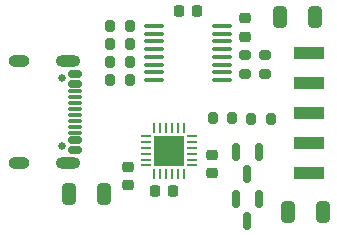
<source format=gbr>
%TF.GenerationSoftware,KiCad,Pcbnew,8.0.4*%
%TF.CreationDate,2024-08-06T21:58:01+07:00*%
%TF.ProjectId,cp2104-pd-source-v01,63703231-3034-42d7-9064-2d736f757263,rev?*%
%TF.SameCoordinates,Original*%
%TF.FileFunction,Soldermask,Top*%
%TF.FilePolarity,Negative*%
%FSLAX46Y46*%
G04 Gerber Fmt 4.6, Leading zero omitted, Abs format (unit mm)*
G04 Created by KiCad (PCBNEW 8.0.4) date 2024-08-06 21:58:01*
%MOMM*%
%LPD*%
G01*
G04 APERTURE LIST*
G04 Aperture macros list*
%AMRoundRect*
0 Rectangle with rounded corners*
0 $1 Rounding radius*
0 $2 $3 $4 $5 $6 $7 $8 $9 X,Y pos of 4 corners*
0 Add a 4 corners polygon primitive as box body*
4,1,4,$2,$3,$4,$5,$6,$7,$8,$9,$2,$3,0*
0 Add four circle primitives for the rounded corners*
1,1,$1+$1,$2,$3*
1,1,$1+$1,$4,$5*
1,1,$1+$1,$6,$7*
1,1,$1+$1,$8,$9*
0 Add four rect primitives between the rounded corners*
20,1,$1+$1,$2,$3,$4,$5,0*
20,1,$1+$1,$4,$5,$6,$7,0*
20,1,$1+$1,$6,$7,$8,$9,0*
20,1,$1+$1,$8,$9,$2,$3,0*%
G04 Aperture macros list end*
%ADD10RoundRect,0.150000X-0.150000X0.587500X-0.150000X-0.587500X0.150000X-0.587500X0.150000X0.587500X0*%
%ADD11RoundRect,0.200000X0.200000X0.275000X-0.200000X0.275000X-0.200000X-0.275000X0.200000X-0.275000X0*%
%ADD12RoundRect,0.225000X-0.225000X-0.250000X0.225000X-0.250000X0.225000X0.250000X-0.225000X0.250000X0*%
%ADD13C,0.650000*%
%ADD14RoundRect,0.150000X-0.425000X0.150000X-0.425000X-0.150000X0.425000X-0.150000X0.425000X0.150000X0*%
%ADD15RoundRect,0.075000X-0.500000X0.075000X-0.500000X-0.075000X0.500000X-0.075000X0.500000X0.075000X0*%
%ADD16O,2.100000X1.000000*%
%ADD17O,1.800000X1.000000*%
%ADD18RoundRect,0.225000X0.225000X0.250000X-0.225000X0.250000X-0.225000X-0.250000X0.225000X-0.250000X0*%
%ADD19RoundRect,0.200000X-0.200000X-0.275000X0.200000X-0.275000X0.200000X0.275000X-0.200000X0.275000X0*%
%ADD20RoundRect,0.062500X-0.350000X-0.062500X0.350000X-0.062500X0.350000X0.062500X-0.350000X0.062500X0*%
%ADD21RoundRect,0.062500X-0.062500X-0.350000X0.062500X-0.350000X0.062500X0.350000X-0.062500X0.350000X0*%
%ADD22R,2.600000X2.600000*%
%ADD23RoundRect,0.225000X0.250000X-0.225000X0.250000X0.225000X-0.250000X0.225000X-0.250000X-0.225000X0*%
%ADD24RoundRect,0.250000X-0.325000X-0.650000X0.325000X-0.650000X0.325000X0.650000X-0.325000X0.650000X0*%
%ADD25RoundRect,0.225000X-0.250000X0.225000X-0.250000X-0.225000X0.250000X-0.225000X0.250000X0.225000X0*%
%ADD26RoundRect,0.250000X0.325000X0.650000X-0.325000X0.650000X-0.325000X-0.650000X0.325000X-0.650000X0*%
%ADD27RoundRect,0.200000X0.275000X-0.200000X0.275000X0.200000X-0.275000X0.200000X-0.275000X-0.200000X0*%
%ADD28O,1.730000X0.340000*%
%ADD29R,2.500000X1.000000*%
G04 APERTURE END LIST*
D10*
%TO.C,Q1*%
X140843000Y-67437000D03*
X138943000Y-67437000D03*
X139893000Y-69312000D03*
%TD*%
D11*
%TO.C,R4*%
X129920000Y-57404000D03*
X128270000Y-57404000D03*
%TD*%
D12*
%TO.C,C1*%
X132067000Y-66802000D03*
X133617000Y-66802000D03*
%TD*%
D13*
%TO.C,J1*%
X124206000Y-57212000D03*
X124206000Y-62992000D03*
D14*
X125281000Y-56902000D03*
X125281000Y-57702000D03*
D15*
X125281000Y-58852000D03*
X125281000Y-59852000D03*
X125281000Y-60352000D03*
X125281000Y-61352000D03*
D14*
X125281000Y-62502000D03*
X125281000Y-63302000D03*
X125281000Y-63302000D03*
X125281000Y-62502000D03*
D15*
X125281000Y-61852000D03*
X125281000Y-60852000D03*
X125281000Y-59352000D03*
X125281000Y-58352000D03*
D14*
X125281000Y-57702000D03*
X125281000Y-56902000D03*
D16*
X124706000Y-55782000D03*
D17*
X120526000Y-55782000D03*
D16*
X124706000Y-64422000D03*
D17*
X120526000Y-64422000D03*
%TD*%
D18*
%TO.C,C5*%
X135649000Y-51562000D03*
X134099000Y-51562000D03*
%TD*%
D19*
%TO.C,R6*%
X128279900Y-54345433D03*
X129929900Y-54345433D03*
%TD*%
D11*
%TO.C,R3*%
X129920000Y-55880000D03*
X128270000Y-55880000D03*
%TD*%
%TO.C,R1*%
X138620000Y-60579000D03*
X136970000Y-60579000D03*
%TD*%
D20*
%TO.C,U1*%
X131300500Y-62138000D03*
X131300500Y-62638000D03*
X131300500Y-63138000D03*
X131300500Y-63638000D03*
X131300500Y-64138000D03*
X131300500Y-64638000D03*
D21*
X131988000Y-65325500D03*
X132488000Y-65325500D03*
X132988000Y-65325500D03*
X133488000Y-65325500D03*
X133988000Y-65325500D03*
X134488000Y-65325500D03*
D20*
X135175500Y-64638000D03*
X135175500Y-64138000D03*
X135175500Y-63638000D03*
X135175500Y-63138000D03*
X135175500Y-62638000D03*
X135175500Y-62138000D03*
D21*
X134488000Y-61450500D03*
X133988000Y-61450500D03*
X133488000Y-61450500D03*
X132988000Y-61450500D03*
X132488000Y-61450500D03*
X131988000Y-61450500D03*
D22*
X133238000Y-63388000D03*
%TD*%
D23*
%TO.C,C4*%
X139700000Y-53734000D03*
X139700000Y-52184000D03*
%TD*%
D19*
%TO.C,R5*%
X128268684Y-52803312D03*
X129918684Y-52803312D03*
%TD*%
D24*
%TO.C,C8*%
X142670000Y-52070000D03*
X145620000Y-52070000D03*
%TD*%
%TO.C,C6*%
X124763000Y-67056000D03*
X127713000Y-67056000D03*
%TD*%
D25*
%TO.C,C2*%
X136906000Y-63741000D03*
X136906000Y-65291000D03*
%TD*%
D10*
%TO.C,Q2*%
X140843000Y-63500000D03*
X138943000Y-63500000D03*
X139893000Y-65375000D03*
%TD*%
D26*
%TO.C,C7*%
X146255000Y-68580000D03*
X143305000Y-68580000D03*
%TD*%
D27*
%TO.C,R8*%
X139700000Y-56895000D03*
X139700000Y-55245000D03*
%TD*%
D25*
%TO.C,C3*%
X129794000Y-64757000D03*
X129794000Y-66307000D03*
%TD*%
D28*
%TO.C,U2*%
X132004000Y-52838000D03*
X132004000Y-53488000D03*
X132004000Y-54138000D03*
X132004000Y-54798000D03*
X132004000Y-55448000D03*
X132004000Y-56098000D03*
X132004000Y-56748000D03*
X132004000Y-57398000D03*
X137744000Y-57398000D03*
X137744000Y-56748000D03*
X137744000Y-56098000D03*
X137744000Y-55448000D03*
X137744000Y-54798000D03*
X137744000Y-54138000D03*
X137744000Y-53488000D03*
X137744000Y-52838000D03*
%TD*%
D27*
%TO.C,R7*%
X141345390Y-56910925D03*
X141345390Y-55260925D03*
%TD*%
D29*
%TO.C,J2*%
X145097000Y-55118000D03*
X145097000Y-57658000D03*
X145097000Y-60198000D03*
X145097000Y-62738000D03*
X145097000Y-65278000D03*
%TD*%
D11*
%TO.C,R2*%
X141859000Y-60706000D03*
X140209000Y-60706000D03*
%TD*%
M02*

</source>
